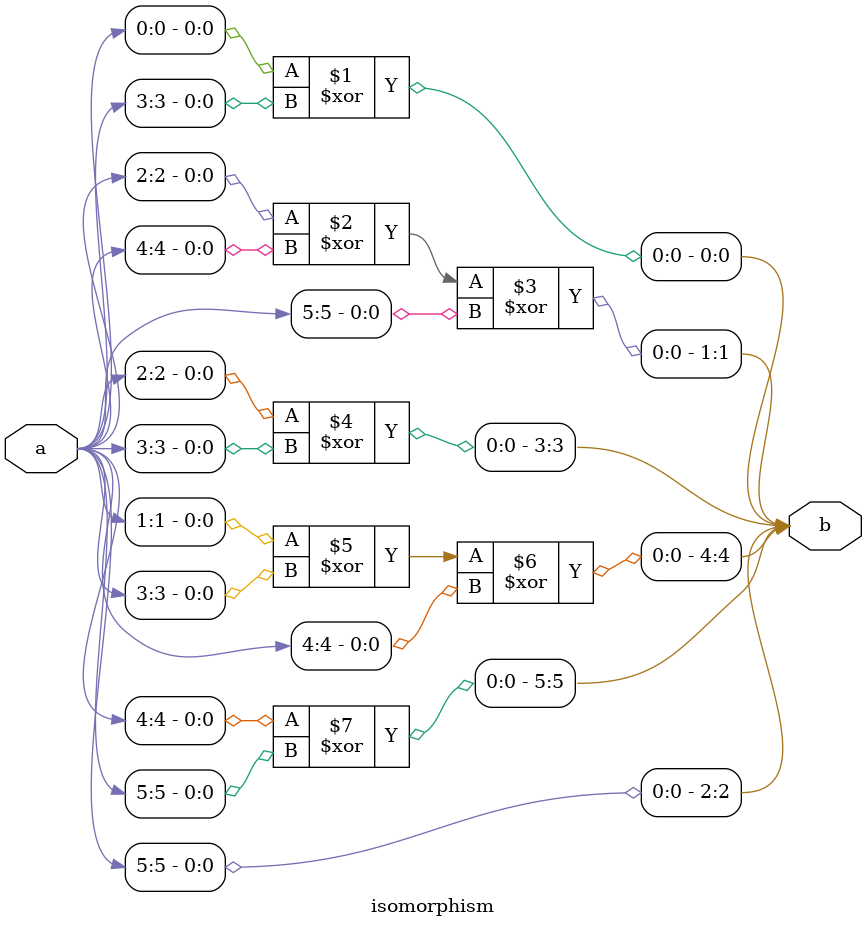
<source format=v>
`timescale 1ns/100ps
module SMS23_41_pp_2_2(x,y);
	 input [5:0] x;
	 output [5:0] y;
	 wire [5:0] w;
	 wire [5:0] p;
	 isomorphism C2 (x,w);
	 power_41 C3 (w,p);
	 inv_isomorphism C4 (p,y);
endmodule

module square_base(a,b);
	 input [1:0] a;
	 output [1:0] b;
	 assign b[0]=a[0]^a[1];
	 assign b[1]=a[1];
endmodule

module add_base(a,b,c);
	 input [1:0] a;
	 input [1:0] b;
	 output [1:0] c;
	 assign c[0]=a[0]^b[0];
	 assign c[1]=a[1]^b[1];
endmodule

module constant_multiplication_base_0(a,b);
	 input [1:0] a;
	 output [1:0] b;
	 assign b[0]=0;
	 assign b[1]=0;
endmodule

module constant_multiplication_base_1(a,b);
	 input [1:0] a;
	 output [1:0] b;
	 assign b[0]=a[0];
	 assign b[1]=a[1];
endmodule

module constant_multiplication_base_2(a,b);
	 input [1:0] a;
	 output [1:0] b;
	 assign b[0]=a[1];
	 assign b[1]=a[0]^a[1];
endmodule

module constant_multiplication_base_3(a,b);
	 input [1:0] a;
	 output [1:0] b;
	 assign b[0]=a[0]^a[1];
	 assign b[1]=a[0];
endmodule

module multiplication_base(a,b,c);
	 input [1:0] a;
	 input [1:0] b;
	 output [1:0] c;
	 wire t;
	 assign t=(a[1]&b[1]);
	 assign c[0]=(a[0]&b[0])^t;
	 assign c[1]=(a[0]&b[1])^(a[1]&b[0])^t;
endmodule

module multi_qube_base(a,b,c);
	 input [1:0] a;
	 input [1:0] b;
	 output [1:0] c;
	 wire t;
	 assign t=a[0]^(~a[0]&a[1]);
	 assign c[0]=t&b[0];
	 assign c[1]=t&b[1];
endmodule

module power_41(a,b);
	 input [5:0] a;
	 output [5:0] b;
	 wire [1:0] x_0;
	 wire [1:0] x_1;
	 wire [1:0] x_2;
	 wire [1:0] x_3;
	 wire [1:0] x_4;
	 wire [1:0] x_5;
	 wire [1:0] x_6;
	 wire [1:0] x_7;
	 wire [1:0] x_8;
	 wire [1:0] x_9;
	 wire [1:0] x_10;
	 wire [1:0] x_11;
	 wire [1:0] x_12;
	 wire [1:0] x_13;
	 wire [1:0] x_14;
	 wire [1:0] y_0;
	 wire [1:0] y_1;
	 wire [1:0] y_2;
	 wire [1:0] y_3;
	 wire [1:0] y_4;
	 wire [1:0] y_5;
	 wire [1:0] w_0_0;
	 wire [1:0] w_0_1;
	 wire [1:0] w_0_2;
	 wire [1:0] w_0_3;
	 wire [1:0] w_0_4;
	 wire [1:0] w_0_5;
	 wire [1:0] w_0_6;
	 wire [1:0] w_0_7;
	 wire [1:0] w_0_8;
	 wire [1:0] w_0_9;
	 wire [1:0] w_0_10;
	 wire [1:0] w_0_11;
	 wire [1:0] w_0_12;
	 wire [1:0] w_0_13;
	 wire [1:0] w_0_14;
	 wire [1:0] w_1_0;
	 wire [1:0] w_1_1;
	 wire [1:0] w_1_2;
	 wire [1:0] w_1_3;
	 wire [1:0] w_1_4;
	 wire [1:0] w_1_5;
	 wire [1:0] w_1_6;
	 wire [1:0] w_1_7;
	 wire [1:0] w_1_8;
	 wire [1:0] w_1_9;
	 wire [1:0] w_1_10;
	 wire [1:0] w_1_11;
	 wire [1:0] w_1_12;
	 wire [1:0] w_1_13;
	 wire [1:0] w_1_14;
	 wire [1:0] w_2_0;
	 wire [1:0] w_2_1;
	 wire [1:0] w_2_2;
	 wire [1:0] w_2_3;
	 wire [1:0] w_2_4;
	 wire [1:0] w_2_5;
	 wire [1:0] w_2_6;
	 wire [1:0] w_2_7;
	 wire [1:0] w_2_8;
	 wire [1:0] w_2_9;
	 wire [1:0] w_2_10;
	 wire [1:0] w_2_11;
	 wire [1:0] w_2_12;
	 wire [1:0] w_2_13;
	 wire [1:0] w_2_14;
	 wire [1:0] z_0_0;
	 wire [1:0] z_0_1;
	 wire [1:0] z_0_2;
	 wire [1:0] z_0_3;
	 wire [1:0] z_0_4;
	 wire [1:0] z_0_5;
	 wire [1:0] z_0_6;
	 wire [1:0] z_0_7;
	 wire [1:0] z_0_8;
	 wire [1:0] z_0_9;
	 wire [1:0] z_0_10;
	 wire [1:0] z_0_11;
	 wire [1:0] z_0_12;
	 wire [1:0] z_0_13;
	 wire [1:0] z_1_0;
	 wire [1:0] z_1_1;
	 wire [1:0] z_1_2;
	 wire [1:0] z_1_3;
	 wire [1:0] z_1_4;
	 wire [1:0] z_1_5;
	 wire [1:0] z_1_6;
	 wire [1:0] z_1_7;
	 wire [1:0] z_1_8;
	 wire [1:0] z_1_9;
	 wire [1:0] z_1_10;
	 wire [1:0] z_1_11;
	 wire [1:0] z_1_12;
	 wire [1:0] z_1_13;
	 wire [1:0] z_2_0;
	 wire [1:0] z_2_1;
	 wire [1:0] z_2_2;
	 wire [1:0] z_2_3;
	 wire [1:0] z_2_4;
	 wire [1:0] z_2_5;
	 wire [1:0] z_2_6;
	 wire [1:0] z_2_7;
	 wire [1:0] z_2_8;
	 wire [1:0] z_2_9;
	 wire [1:0] z_2_10;
	 wire [1:0] z_2_11;
	 wire [1:0] z_2_12;
	 wire [1:0] z_2_13;
	 assign y_0[0]=a[0];
	 assign y_0[1]=a[1];
	 assign y_1[0]=a[2];
	 assign y_1[1]=a[3];
	 assign y_2[0]=a[4];
	 assign y_2[1]=a[5];
	 square_base  SB1 (y_0,x_0);
	 square_base SB2 (y_1,x_1);
	 square_base SB3 (y_2,x_2);
	 multi_qube_base MQB1 (y_1,x_0,x_3);
	 multi_qube_base MQB2 (y_2,x_0,x_4);
	 multi_qube_base MQB3 (y_0,x_1,x_5);
	 multi_qube_base MQB4 (y_2,x_1,x_6);
	 multi_qube_base MQB5 (y_0,x_2,x_7);
	 multi_qube_base MQB6 (y_1,x_2,x_8);
	 multiplication_base MB1 (y_0,y_1,x_9);
	 multiplication_base MB2 (y_0,y_2,x_10);
	 multiplication_base MB3 (y_1,y_2,x_11);
	 multiplication_base MB4 (x_1,x_2,y_3);
	 multiplication_base MB5 (y_0,y_3,x_12);
	 multiplication_base MB6 (x_0,x_2,y_4);
	 multiplication_base MB7 (y_1,y_4,x_13);
	 multiplication_base MB8 (x_0,x_1,y_5);
	 multiplication_base MB9 (y_2,y_5,x_14);
	 constant_multiplication_base_1 MC00 (x_0,w_0_0);
	 constant_multiplication_base_3 MC01 (x_1,w_0_1);
	 constant_multiplication_base_3 MC02 (x_2,w_0_2);
	 constant_multiplication_base_3 MC03 (x_3,w_0_3);
	 constant_multiplication_base_1 MC04 (x_4,w_0_4);
	 constant_multiplication_base_1 MC05 (x_5,w_0_5);
	 constant_multiplication_base_2 MC06 (x_6,w_0_6);
	 constant_multiplication_base_2 MC07 (x_7,w_0_7);
	 constant_multiplication_base_3 MC08 (x_8,w_0_8);
	 constant_multiplication_base_2 MC09 (x_9,w_0_9);
	 constant_multiplication_base_0 MC010 (x_10,w_0_10);
	 constant_multiplication_base_0 MC011 (x_11,w_0_11);
	 constant_multiplication_base_0 MC012 (x_12,w_0_12);
	 constant_multiplication_base_0 MC013 (x_13,w_0_13);
	 constant_multiplication_base_3 MC014 (x_14,w_0_14);
	 constant_multiplication_base_0 MC10 (x_0,w_1_0);
	 constant_multiplication_base_3 MC11 (x_1,w_1_1);
	 constant_multiplication_base_3 MC12 (x_2,w_1_2);
	 constant_multiplication_base_0 MC13 (x_3,w_1_3);
	 constant_multiplication_base_2 MC14 (x_4,w_1_4);
	 constant_multiplication_base_0 MC15 (x_5,w_1_5);
	 constant_multiplication_base_0 MC16 (x_6,w_1_6);
	 constant_multiplication_base_2 MC17 (x_7,w_1_7);
	 constant_multiplication_base_1 MC18 (x_8,w_1_8);
	 constant_multiplication_base_3 MC19 (x_9,w_1_9);
	 constant_multiplication_base_2 MC110 (x_10,w_1_10);
	 constant_multiplication_base_3 MC111 (x_11,w_1_11);
	 constant_multiplication_base_2 MC112 (x_12,w_1_12);
	 constant_multiplication_base_2 MC113 (x_13,w_1_13);
	 constant_multiplication_base_2 MC114 (x_14,w_1_14);
	 constant_multiplication_base_0 MC20 (x_0,w_2_0);
	 constant_multiplication_base_3 MC21 (x_1,w_2_1);
	 constant_multiplication_base_2 MC22 (x_2,w_2_2);
	 constant_multiplication_base_1 MC23 (x_3,w_2_3);
	 constant_multiplication_base_0 MC24 (x_4,w_2_4);
	 constant_multiplication_base_1 MC25 (x_5,w_2_5);
	 constant_multiplication_base_2 MC26 (x_6,w_2_6);
	 constant_multiplication_base_0 MC27 (x_7,w_2_7);
	 constant_multiplication_base_3 MC28 (x_8,w_2_8);
	 constant_multiplication_base_1 MC29 (x_9,w_2_9);
	 constant_multiplication_base_2 MC210 (x_10,w_2_10);
	 constant_multiplication_base_1 MC211 (x_11,w_2_11);
	 constant_multiplication_base_1 MC212 (x_12,w_2_12);
	 constant_multiplication_base_2 MC213 (x_13,w_2_13);
	 constant_multiplication_base_1 MC214 (x_14,w_2_14);
	 add_base AB00 (w_0_0,w_0_1,z_0_0);
	 add_base AB01 (w_0_2,z_0_0,z_0_1);
	 add_base AB02 (w_0_3,z_0_1,z_0_2);
	 add_base AB03 (w_0_4,z_0_2,z_0_3);
	 add_base AB04 (w_0_5,z_0_3,z_0_4);
	 add_base AB05 (w_0_6,z_0_4,z_0_5);
	 add_base AB06 (w_0_7,z_0_5,z_0_6);
	 add_base AB07 (w_0_8,z_0_6,z_0_7);
	 add_base AB08 (w_0_9,z_0_7,z_0_8);
	 add_base AB09 (w_0_10,z_0_8,z_0_9);
	 add_base AB010 (w_0_11,z_0_9,z_0_10);
	 add_base AB011 (w_0_12,z_0_10,z_0_11);
	 add_base AB012 (w_0_13,z_0_11,z_0_12);
	 add_base AB013 (w_0_14,z_0_12,z_0_13);
	 add_base AB10 (w_1_0,w_1_1,z_1_0);
	 add_base AB11 (w_1_2,z_1_0,z_1_1);
	 add_base AB12 (w_1_3,z_1_1,z_1_2);
	 add_base AB13 (w_1_4,z_1_2,z_1_3);
	 add_base AB14 (w_1_5,z_1_3,z_1_4);
	 add_base AB15 (w_1_6,z_1_4,z_1_5);
	 add_base AB16 (w_1_7,z_1_5,z_1_6);
	 add_base AB17 (w_1_8,z_1_6,z_1_7);
	 add_base AB18 (w_1_9,z_1_7,z_1_8);
	 add_base AB19 (w_1_10,z_1_8,z_1_9);
	 add_base AB110 (w_1_11,z_1_9,z_1_10);
	 add_base AB111 (w_1_12,z_1_10,z_1_11);
	 add_base AB112 (w_1_13,z_1_11,z_1_12);
	 add_base AB113 (w_1_14,z_1_12,z_1_13);
	 add_base AB20 (w_2_0,w_2_1,z_2_0);
	 add_base AB21 (w_2_2,z_2_0,z_2_1);
	 add_base AB22 (w_2_3,z_2_1,z_2_2);
	 add_base AB23 (w_2_4,z_2_2,z_2_3);
	 add_base AB24 (w_2_5,z_2_3,z_2_4);
	 add_base AB25 (w_2_6,z_2_4,z_2_5);
	 add_base AB26 (w_2_7,z_2_5,z_2_6);
	 add_base AB27 (w_2_8,z_2_6,z_2_7);
	 add_base AB28 (w_2_9,z_2_7,z_2_8);
	 add_base AB29 (w_2_10,z_2_8,z_2_9);
	 add_base AB210 (w_2_11,z_2_9,z_2_10);
	 add_base AB211 (w_2_12,z_2_10,z_2_11);
	 add_base AB212 (w_2_13,z_2_11,z_2_12);
	 add_base AB213 (w_2_14,z_2_12,z_2_13);
	 assign b[0]=z_0_13[0];
	 assign b[1]=z_0_13[1];
	 assign b[2]=z_1_13[0];
	 assign b[3]=z_1_13[1];
	 assign b[4]=z_2_13[0];
	 assign b[5]=z_2_13[1];
endmodule

module inv_isomorphism(a,b);
	 input [5:0] a;
	 output [5:0] b;
	 assign b[0]=a[2];
	 assign b[1]=a[0]^a[1]^a[3]^a[4]^a[5];
	 assign b[2]=a[0]^a[2]^a[5];
	 assign b[3]=a[2]^a[3]^a[4];
	 assign b[4]=a[2]^a[3]^a[4]^a[5];
	 assign b[5]=a[0]^a[2]^a[3]^a[5];
endmodule

module isomorphism(a,b);
	 input [5:0] a;
	 output [5:0] b;
	 assign b[0]=a[0]^a[3];
	 assign b[1]=a[2]^a[4]^a[5];
	 assign b[2]=a[5];
	 assign b[3]=a[2]^a[3];
	 assign b[4]=a[1]^a[3]^a[4];
	 assign b[5]=a[4]^a[5];
endmodule


</source>
